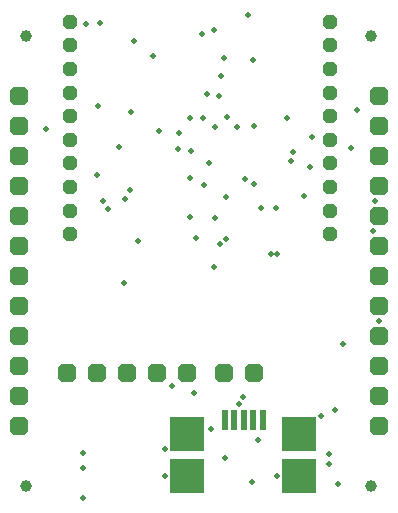
<source format=gbs>
G04 Layer_Color=16711935*
%FSLAX44Y44*%
%MOMM*%
G71*
G01*
G75*
G04:AMPARAMS|DCode=23|XSize=1.6002mm|YSize=1.6002mm|CornerRadius=0mm|HoleSize=0mm|Usage=FLASHONLY|Rotation=180.000|XOffset=0mm|YOffset=0mm|HoleType=Round|Shape=Octagon|*
%AMOCTAGOND23*
4,1,8,-0.8001,0.4001,-0.8001,-0.4001,-0.4001,-0.8001,0.4001,-0.8001,0.8001,-0.4001,0.8001,0.4001,0.4001,0.8001,-0.4001,0.8001,-0.8001,0.4001,0.0*
%
%ADD23OCTAGOND23*%

G04:AMPARAMS|DCode=24|XSize=1.2mm|YSize=1.2mm|CornerRadius=0mm|HoleSize=0mm|Usage=FLASHONLY|Rotation=270.000|XOffset=0mm|YOffset=0mm|HoleType=Round|Shape=Octagon|*
%AMOCTAGOND24*
4,1,8,-0.3000,-0.6000,0.3000,-0.6000,0.6000,-0.3000,0.6000,0.3000,0.3000,0.6000,-0.3000,0.6000,-0.6000,0.3000,-0.6000,-0.3000,-0.3000,-0.6000,0.0*
%
%ADD24OCTAGOND24*%

G04:AMPARAMS|DCode=25|XSize=1.6002mm|YSize=1.6002mm|CornerRadius=0mm|HoleSize=0mm|Usage=FLASHONLY|Rotation=270.000|XOffset=0mm|YOffset=0mm|HoleType=Round|Shape=Octagon|*
%AMOCTAGOND25*
4,1,8,-0.4001,-0.8001,0.4001,-0.8001,0.8001,-0.4001,0.8001,0.4001,0.4001,0.8001,-0.4001,0.8001,-0.8001,0.4001,-0.8001,-0.4001,-0.4001,-0.8001,0.0*
%
%ADD25OCTAGOND25*%

%ADD26C,1.0000*%
%ADD27C,0.5000*%
%ADD33R,3.0000X3.0000*%
%ADD34R,0.5000X1.7000*%
D23*
X173300Y44750D02*
D03*
X198700D02*
D03*
X40950D02*
D03*
X66350D02*
D03*
X91750D02*
D03*
X117150D02*
D03*
X142550D02*
D03*
D24*
X43000Y342500D02*
D03*
Y322500D02*
D03*
Y302500D02*
D03*
Y282500D02*
D03*
Y262500D02*
D03*
Y242500D02*
D03*
Y222500D02*
D03*
Y202500D02*
D03*
Y182500D02*
D03*
Y162500D02*
D03*
X263000D02*
D03*
Y182500D02*
D03*
Y202500D02*
D03*
Y222500D02*
D03*
Y242500D02*
D03*
Y262500D02*
D03*
Y282500D02*
D03*
Y302500D02*
D03*
Y322500D02*
D03*
Y342500D02*
D03*
D25*
X304800Y50D02*
D03*
Y25450D02*
D03*
Y50850D02*
D03*
Y76250D02*
D03*
Y101650D02*
D03*
Y127050D02*
D03*
Y152450D02*
D03*
Y177850D02*
D03*
Y203250D02*
D03*
Y228650D02*
D03*
Y254050D02*
D03*
Y279450D02*
D03*
X-0Y50D02*
D03*
Y25450D02*
D03*
Y50850D02*
D03*
Y76250D02*
D03*
Y101650D02*
D03*
Y127050D02*
D03*
Y152450D02*
D03*
Y177850D02*
D03*
Y203250D02*
D03*
Y228650D02*
D03*
Y254050D02*
D03*
Y279450D02*
D03*
D26*
X298450Y330250D02*
D03*
X6350D02*
D03*
X298196Y-50750D02*
D03*
X6350D02*
D03*
D27*
X241384Y194812D02*
D03*
X157056Y204434D02*
D03*
X213451Y145506D02*
D03*
X89354Y121122D02*
D03*
X256116Y8346D02*
D03*
X97112Y326146D02*
D03*
X229954Y224750D02*
D03*
X184488Y252948D02*
D03*
X286596Y267934D02*
D03*
X300058Y165064D02*
D03*
X164930Y335752D02*
D03*
X246718Y219166D02*
D03*
X144864Y176748D02*
D03*
X89746Y191988D02*
D03*
X144610Y210530D02*
D03*
X166250Y176240D02*
D03*
X155532Y261330D02*
D03*
X168994Y279872D02*
D03*
X22774Y251424D02*
D03*
X269832Y-48550D02*
D03*
X304884Y89118D02*
D03*
X113314Y313146D02*
D03*
X144610Y261330D02*
D03*
X68578Y341021D02*
D03*
X198204Y310098D02*
D03*
X56980Y340578D02*
D03*
X173270Y311686D02*
D03*
X248162Y245074D02*
D03*
X231732Y232374D02*
D03*
X281262Y235676D02*
D03*
X160866Y222468D02*
D03*
X198966Y204750D02*
D03*
X166250Y253602D02*
D03*
X135494Y248080D02*
D03*
X193886Y348198D02*
D03*
X150198Y159730D02*
D03*
X165324Y134952D02*
D03*
X204554Y184622D02*
D03*
X100668Y156428D02*
D03*
X301074Y190972D02*
D03*
X175314Y158460D02*
D03*
X218016Y184876D02*
D03*
X169932Y154460D02*
D03*
X274658Y69814D02*
D03*
X199166Y253814D02*
D03*
X175598Y194020D02*
D03*
X145880Y233136D02*
D03*
X129878Y33746D02*
D03*
X191346Y209006D02*
D03*
X134270Y234750D02*
D03*
X70892Y190416D02*
D03*
X218832Y145506D02*
D03*
X267520Y14082D02*
D03*
X186326Y18760D02*
D03*
X189666Y24750D02*
D03*
X196934Y-47534D02*
D03*
X174836Y-27271D02*
D03*
X94800Y266206D02*
D03*
X170956Y296520D02*
D03*
X262229Y-32024D02*
D03*
X262212Y-23912D02*
D03*
X53870Y-60650D02*
D03*
Y-35250D02*
D03*
Y-22550D02*
D03*
X124000Y-19520D02*
D03*
X123730Y-42250D02*
D03*
X148420Y27956D02*
D03*
X162500Y-2230D02*
D03*
X75142Y183771D02*
D03*
X218480Y-42250D02*
D03*
X202294Y-11720D02*
D03*
X94230Y200392D02*
D03*
X65830Y212379D02*
D03*
X84830Y236379D02*
D03*
X118730Y249750D02*
D03*
X67142Y271229D02*
D03*
X176250Y261730D02*
D03*
X159608Y280979D02*
D03*
X226980Y260858D02*
D03*
X154604Y331730D02*
D03*
D33*
X237250Y-42250D02*
D03*
X142500D02*
D03*
Y-6750D02*
D03*
X237000D02*
D03*
D34*
X206500Y5000D02*
D03*
X198500D02*
D03*
X190500D02*
D03*
X182500D02*
D03*
X174500D02*
D03*
M02*

</source>
